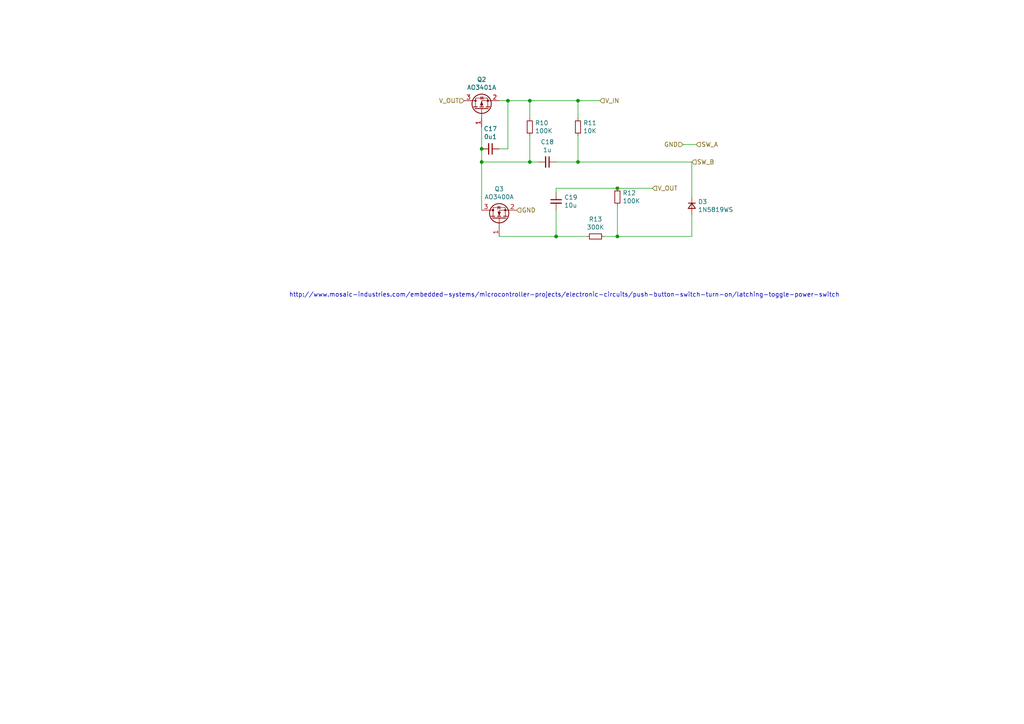
<source format=kicad_sch>
(kicad_sch (version 20231120) (generator "eeschema") (generator_version "8.0")
  (paper "A4")
  (lib_symbols
    (symbol "Device:C_Small" (pin_numbers hide) (pin_names (offset 0.254) hide)
      (property "Reference" "C" (at 0.254 1.778 0))
      (property "Value" "C_Small" (at 0.254 -2.032 0))
      (symbol "C_Small_0_1"
        (polyline (pts (xy -1.524 -0.508) (xy 1.524 -0.508)) (stroke (width 0.3302)))
        (polyline (pts (xy -1.524 0.508) (xy 1.524 0.508)) (stroke (width 0.3048)))
      )
      (symbol "C_Small_1_1"
        (pin passive line (at 0 2.54 270) (length 2.032) (name "~") (number "1"))
        (pin passive line (at 0 -2.54 90) (length 2.032) (name "~") (number "2"))
      )
    )
    (symbol "Device:D_Small" (pin_numbers hide) (pin_names (offset 0.254) hide)
      (property "Reference" "D" (at -1.27 2.032 0))
      (property "Value" "D_Small" (at -3.81 -2.032 0))
      (symbol "D_Small_0_1"
        (polyline (pts (xy -0.762 -1.016) (xy -0.762 1.016)) (stroke (width 0.254)))
        (polyline (pts (xy -0.762 0) (xy 0.762 0)))
        (polyline (pts (xy 0.762 -1.016) (xy -0.762 0) (xy 0.762 1.016) (xy 0.762 -1.016)) (stroke (width 0.254)))
      )
      (symbol "D_Small_1_1"
        (pin passive line (at -2.54 0 0) (length 1.778) (name "K") (number "1"))
        (pin passive line (at 2.54 0 180) (length 1.778) (name "A") (number "2"))
      )
    )
    (symbol "Device:R_Small" (pin_numbers hide) (pin_names (offset 0.254) hide)
      (property "Reference" "R" (at 0.762 0.508 0))
      (property "Value" "R_Small" (at 0.762 -1.016 0))
      (symbol "R_Small_0_1"
        (rectangle (start -0.762 1.778) (end 0.762 -1.778) (stroke (width 0.2032)))
      )
      (symbol "R_Small_1_1"
        (pin passive line (at 0 2.54 270) (length 0.762) (name "~") (number "1"))
        (pin passive line (at 0 -2.54 90) (length 0.762) (name "~") (number "2"))
      )
    )
    (symbol "Transistor_FET:AO3400A" (pin_names hide)
      (property "Reference" "Q" (at 5.08 1.905 0))
      (property "Value" "AO3400A" (at 5.08 0 0))
      (symbol "AO3400A_0_1"
        (polyline (pts (xy 0.254 0) (xy -2.54 0)))
        (polyline (pts (xy 0.254 1.905) (xy 0.254 -1.905)) (stroke (width 0.254)))
        (polyline (pts (xy 0.762 -1.27) (xy 0.762 -2.286)) (stroke (width 0.254)))
        (polyline (pts (xy 0.762 0.508) (xy 0.762 -0.508)) (stroke (width 0.254)))
        (polyline (pts (xy 0.762 2.286) (xy 0.762 1.27)) (stroke (width 0.254)))
        (polyline (pts (xy 2.54 2.54) (xy 2.54 1.778)))
        (polyline (pts (xy 2.54 -2.54) (xy 2.54 0) (xy 0.762 0)))
        (polyline (pts (xy 0.762 -1.778) (xy 3.302 -1.778) (xy 3.302 1.778) (xy 0.762 1.778)))
        (polyline (pts (xy 1.016 0) (xy 2.032 0.381) (xy 2.032 -0.381) (xy 1.016 0)) (fill (type outline)))
        (polyline (pts (xy 2.794 0.508) (xy 2.921 0.381) (xy 3.683 0.381) (xy 3.81 0.254)))
        (polyline (pts (xy 3.302 0.381) (xy 2.921 -0.254) (xy 3.683 -0.254) (xy 3.302 0.381)))
        (circle (center 1.651 0) (radius 2.794) (stroke (width 0.254)))
        (circle (center 2.54 -1.778) (radius 0.254) (fill (type outline)))
        (circle (center 2.54 1.778) (radius 0.254) (fill (type outline)))
      )
      (symbol "AO3400A_1_1"
        (pin input line (at -5.08 0 0) (length 2.54) (name "G") (number "1"))
        (pin passive line (at 2.54 -5.08 90) (length 2.54) (name "S") (number "2"))
        (pin passive line (at 2.54 5.08 270) (length 2.54) (name "D") (number "3"))
      )
    )
    (symbol "Transistor_FET:AO3401A" (pin_names hide)
      (property "Reference" "Q" (at 5.08 1.905 0))
      (property "Value" "AO3401A" (at 5.08 0 0))
      (symbol "AO3401A_0_1"
        (polyline (pts (xy 0.254 0) (xy -2.54 0)))
        (polyline (pts (xy 0.254 1.905) (xy 0.254 -1.905)) (stroke (width 0.254)))
        (polyline (pts (xy 0.762 -1.27) (xy 0.762 -2.286)) (stroke (width 0.254)))
        (polyline (pts (xy 0.762 0.508) (xy 0.762 -0.508)) (stroke (width 0.254)))
        (polyline (pts (xy 0.762 2.286) (xy 0.762 1.27)) (stroke (width 0.254)))
        (polyline (pts (xy 2.54 2.54) (xy 2.54 1.778)))
        (polyline (pts (xy 2.54 -2.54) (xy 2.54 0) (xy 0.762 0)))
        (polyline (pts (xy 0.762 1.778) (xy 3.302 1.778) (xy 3.302 -1.778) (xy 0.762 -1.778)))
        (polyline (pts (xy 2.286 0) (xy 1.27 0.381) (xy 1.27 -0.381) (xy 2.286 0)) (fill (type outline)))
        (polyline (pts (xy 2.794 -0.508) (xy 2.921 -0.381) (xy 3.683 -0.381) (xy 3.81 -0.254)))
        (polyline (pts (xy 3.302 -0.381) (xy 2.921 0.254) (xy 3.683 0.254) (xy 3.302 -0.381)))
        (circle (center 1.651 0) (radius 2.794) (stroke (width 0.254)))
        (circle (center 2.54 -1.778) (radius 0.254) (fill (type outline)))
        (circle (center 2.54 1.778) (radius 0.254) (fill (type outline)))
      )
      (symbol "AO3401A_1_1"
        (pin input line (at -5.08 0 0) (length 2.54) (name "G") (number "1"))
        (pin passive line (at 2.54 -5.08 90) (length 2.54) (name "S") (number "2"))
        (pin passive line (at 2.54 5.08 270) (length 2.54) (name "D") (number "3"))
      )
    )
  )
  (junction (at 179.07 54.61))
  (junction (at 167.64 29.21))
  (junction (at 139.7 46.99))
  (junction (at 153.67 29.21))
  (junction (at 147.32 29.21))
  (junction (at 167.64 46.99))
  (junction (at 179.07 68.58))
  (junction (at 161.29 68.58))
  (junction (at 153.67 46.99))
  (junction (at 139.7 43.18))
  (wire (pts (xy 200.66 68.58) (xy 200.66 62.23)))
  (wire (pts (xy 147.32 29.21) (xy 153.67 29.21)))
  (wire (pts (xy 147.32 43.18) (xy 147.32 29.21)))
  (wire (pts (xy 170.18 68.58) (xy 161.29 68.58)))
  (wire (pts (xy 167.64 46.99) (xy 167.64 39.37)))
  (wire (pts (xy 161.29 46.99) (xy 167.64 46.99)))
  (wire (pts (xy 167.64 34.29) (xy 167.64 29.21)))
  (wire (pts (xy 179.07 68.58) (xy 200.66 68.58)))
  (wire (pts (xy 200.66 46.99) (xy 200.66 57.15)))
  (wire (pts (xy 161.29 54.61) (xy 161.29 55.88)))
  (wire (pts (xy 156.21 46.99) (xy 153.67 46.99)))
  (wire (pts (xy 175.26 68.58) (xy 179.07 68.58)))
  (wire (pts (xy 179.07 54.61) (xy 161.29 54.61)))
  (wire (pts (xy 179.07 68.58) (xy 179.07 59.69)))
  (wire (pts (xy 201.93 41.91) (xy 198.12 41.91)))
  (wire (pts (xy 161.29 68.58) (xy 161.29 60.96)))
  (wire (pts (xy 147.32 29.21) (xy 144.78 29.21)))
  (wire (pts (xy 139.7 46.99) (xy 153.67 46.99)))
  (wire (pts (xy 139.7 60.96) (xy 139.7 46.99)))
  (wire (pts (xy 153.67 34.29) (xy 153.67 29.21)))
  (wire (pts (xy 144.78 68.58) (xy 161.29 68.58)))
  (wire (pts (xy 153.67 29.21) (xy 167.64 29.21)))
  (wire (pts (xy 167.64 29.21) (xy 173.99 29.21)))
  (wire (pts (xy 139.7 46.99) (xy 139.7 43.18)))
  (wire (pts (xy 153.67 46.99) (xy 153.67 39.37)))
  (wire (pts (xy 167.64 46.99) (xy 200.66 46.99)))
  (wire (pts (xy 179.07 54.61) (xy 189.23 54.61)))
  (wire (pts (xy 144.78 43.18) (xy 147.32 43.18)))
  (wire (pts (xy 139.7 43.18) (xy 139.7 36.83)))
  (text "http://www.mosaic-industries.com/embedded-systems/microcontroller-projects/electronic-circuits/push-button-switch-turn-on/latching-toggle-power-switch" (at 83.82 86.36 0) (effects (font (size 1.27 1.27)) (justify left bottom)))
  (hierarchical_label "SW_A" (shape input) (at 201.93 41.91 0))
  (hierarchical_label "GND" (shape input) (at 149.86 60.96 0))
  (hierarchical_label "SW_B" (shape input) (at 200.66 46.99 0))
  (hierarchical_label "GND" (shape input) (at 198.12 41.91 180))
  (hierarchical_label "V_OUT" (shape input) (at 134.62 29.21 180))
  (hierarchical_label "V_OUT" (shape input) (at 189.23 54.61 0))
  (hierarchical_label "V_IN" (shape input) (at 173.99 29.21 0))
  (symbol (lib_id "Transistor_FET:AO3400A") (at 144.78 63.5 90) (unit 1)
    (property "Reference" "Q3" (at 144.78 54.8132 90))
    (property "Value" "AO3400A" (at 144.78 57.1246 90))
    (property "Footprint" "Package_TO_SOT_SMD:SOT-23" (effects (hide yes)))
    (property "Datasheet" "http://www.aosmd.com/pdfs/datasheet/AO3400A.pdf" (effects (hide yes)))
    (property "LCSC" "C20917" (effects (hide yes)))
  )
  (symbol (lib_id "Transistor_FET:AO3401A") (at 139.7 31.75 90) (unit 1)
    (property "Reference" "Q2" (at 139.7 23.0632 90))
    (property "Value" "AO3401A" (at 139.7 25.3746 90))
    (property "Footprint" "Package_TO_SOT_SMD:SOT-23" (effects (hide yes)))
    (property "Datasheet" "http://www.aosmd.com/pdfs/datasheet/AO3401A.pdf" (effects (hide yes)))
    (property "LCSC" "C15127" (effects (hide yes)))
  )
  (symbol (lib_id "Device:C_Small") (at 161.29 58.42 0) (unit 1)
    (property "Reference" "C19" (at 163.6268 57.2516 0) (effects (justify left)))
    (property "Value" "10u" (at 163.6268 59.563 0) (effects (justify left)))
    (property "Footprint" "Capacitor_SMD:C_0603_1608Metric" (effects (hide yes)))
    (property "LCSC" "C19702" (effects (hide yes)))
  )
  (symbol (lib_id "Device:R_Small") (at 172.72 68.58 270) (unit 1)
    (property "Reference" "R13" (at 172.72 63.6016 90))
    (property "Value" "300K" (at 172.72 65.913 90))
    (property "Footprint" "Resistor_SMD:R_0603_1608Metric" (effects (hide yes)))
    (property "LCSC" "C23024" (effects (hide yes)))
  )
  (symbol (lib_id "Device:R_Small") (at 179.07 57.15 180) (unit 1)
    (property "Reference" "R12" (at 180.5686 55.9816 0) (effects (justify right)))
    (property "Value" "100K" (at 180.5686 58.293 0) (effects (justify right)))
    (property "Footprint" "Resistor_SMD:R_0402_1005Metric" (effects (hide yes)))
    (property "LCSC" "C25741" (effects (hide yes)))
  )
  (symbol (lib_id "Device:C_Small") (at 142.24 43.18 270) (unit 1)
    (property "Reference" "C17" (at 142.24 37.3634 90))
    (property "Value" "0u1" (at 142.24 39.6748 90))
    (property "Footprint" "Capacitor_SMD:C_0402_1005Metric" (effects (hide yes)))
    (property "LCSC" "C1525" (effects (hide yes)))
  )
  (symbol (lib_id "Device:C_Small") (at 158.75 46.99 270) (unit 1)
    (property "Reference" "C18" (at 158.75 41.1734 90))
    (property "Value" "1u" (at 158.75 43.4848 90))
    (property "Footprint" "Capacitor_SMD:C_0402_1005Metric" (effects (hide yes)))
    (property "LCSC" "C52923" (effects (hide yes)))
  )
  (symbol (lib_id "Device:R_Small") (at 153.67 36.83 180) (unit 1)
    (property "Reference" "R10" (at 155.1686 35.6616 0) (effects (justify right)))
    (property "Value" "100K" (at 155.1686 37.973 0) (effects (justify right)))
    (property "Footprint" "Resistor_SMD:R_0402_1005Metric" (effects (hide yes)))
    (property "LCSC" "C25741" (effects (hide yes)))
  )
  (symbol (lib_id "Device:R_Small") (at 167.64 36.83 180) (unit 1)
    (property "Reference" "R11" (at 169.1386 35.6616 0) (effects (justify right)))
    (property "Value" "10K" (at 169.1386 37.973 0) (effects (justify right)))
    (property "Footprint" "Resistor_SMD:R_0402_1005Metric" (effects (hide yes)))
    (property "LCSC" "C25744" (effects (hide yes)))
  )
  (symbol (lib_id "Device:D_Small") (at 200.66 59.69 270) (unit 1)
    (property "Reference" "D3" (at 202.438 58.5216 90) (effects (justify left)))
    (property "Value" "1N5819WS" (at 202.438 60.833 90) (effects (justify left)))
    (property "Footprint" "Diode_SMD:D_SOD-323" (effects (hide yes)))
    (property "LCSC" "C191023" (effects (hide yes)))
  )
)
</source>
